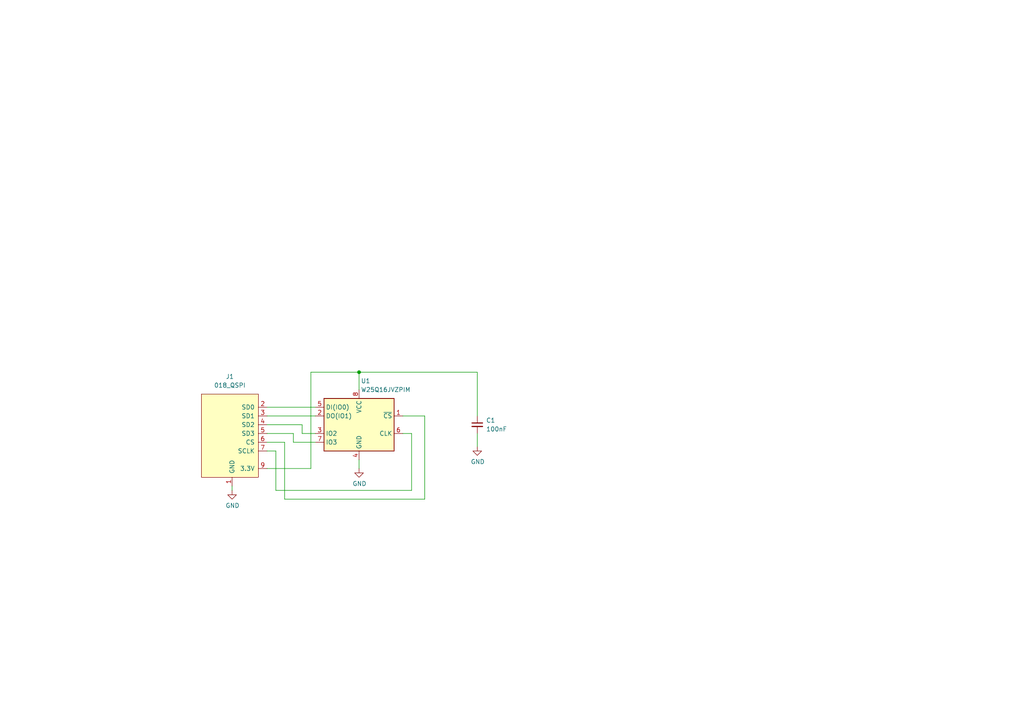
<source format=kicad_sch>
(kicad_sch (version 20211123) (generator eeschema)
  (paper "A4")
  (lib_symbols
    (symbol "Device:C_Small" (pin_numbers hide) (pin_names (offset 0.254) hide)
      (property "Reference" "C" (at 0.254 1.778 0))
      (property "Value" "C_Small" (at 0.254 -2.032 0))
      (symbol "C_Small_0_1"
        (polyline (pts (xy -1.524 -0.508) (xy 1.524 -0.508)) (stroke (width 0.3302)))
        (polyline (pts (xy -1.524 0.508) (xy 1.524 0.508)) (stroke (width 0.3048)))
      )
      (symbol "C_Small_1_1"
        (pin passive line (at 0 2.54 270) (length 2.032) (name "~") (number "1"))
        (pin passive line (at 0 -2.54 90) (length 2.032) (name "~") (number "2"))
      )
    )
    (symbol "Memory_Flash:W25Q32JVSS"
      (property "Reference" "U" (at -8.89 8.89 0))
      (property "Value" "W25Q32JVSS" (at 7.62 8.89 0))
      (symbol "W25Q32JVSS_0_1"
        (rectangle (start -10.16 7.62) (end 10.16 -7.62) (stroke (width 0.254)) (fill (type background)))
      )
      (symbol "W25Q32JVSS_1_1"
        (pin input line (at -12.7 2.54 0) (length 2.54) (name "~{CS}") (number "1"))
        (pin bidirectional line (at 12.7 2.54 180) (length 2.54) (name "DO(IO1)") (number "2"))
        (pin bidirectional line (at 12.7 -2.54 180) (length 2.54) (name "IO2") (number "3"))
        (pin power_in line (at 0 -10.16 90) (length 2.54) (name "GND") (number "4"))
        (pin bidirectional line (at 12.7 5.08 180) (length 2.54) (name "DI(IO0)") (number "5"))
        (pin input line (at -12.7 -2.54 0) (length 2.54) (name "CLK") (number "6"))
        (pin bidirectional line (at 12.7 -5.08 180) (length 2.54) (name "IO3") (number "7"))
        (pin power_in line (at 0 10.16 270) (length 2.54) (name "VCC") (number "8"))
      )
    )
    (symbol "power:GND" (power) (pin_names (offset 0))
      (property "Value" "GND" (at 0 -3.81 0))
      (symbol "GND_0_1"
        (polyline (pts (xy 0 0) (xy 0 -1.27) (xy 1.27 -1.27) (xy 0 -2.54) (xy -1.27 -1.27) (xy 0 -1.27)))
      )
      (symbol "GND_1_1"
        (pin power_in line (at 0 0 270) (length 0) hide (name "GND") (number "1"))
      )
    )
    (symbol "put_on_edge:018_QSPI" (pin_names (offset 1.016))
      (property "Reference" "J" (at -2.54 13.97 0))
      (property "Value" "018_QSPI" (at 8.89 13.97 0))
      (symbol "018_QSPI_0_1"
        (rectangle (start -8.89 12.7) (end 7.62 -11.43) (fill (type background)))
      )
      (symbol "018_QSPI_1_1"
        (pin power_in line (at -1.27 -13.97 90) (length 2.54) (name "GND") (number "1"))
        (pin bidirectional line (at -11.43 8.89 0) (length 2.54) (name "SD0") (number "2"))
        (pin bidirectional line (at -11.43 6.35 0) (length 2.54) (name "SD1") (number "3"))
        (pin bidirectional line (at -11.43 3.81 0) (length 2.54) (name "SD2") (number "4"))
        (pin bidirectional line (at -11.43 1.27 0) (length 2.54) (name "SD3") (number "5"))
        (pin bidirectional line (at -11.43 -1.27 0) (length 2.54) (name "CS") (number "6"))
        (pin bidirectional line (at -11.43 -3.81 0) (length 2.54) (name "SCLK") (number "7"))
        (pin bidirectional line (at -11.43 -8.89 0) (length 2.54) (name "3.3V") (number "9"))
      )
    )
  )
  (junction (at 104.14 107.95))
  (wire (pts (xy 77.47 135.89) (xy 90.17 135.89)))
  (wire (pts (xy 77.47 120.65) (xy 91.44 120.65)))
  (wire (pts (xy 104.14 133.35) (xy 104.14 135.89)))
  (wire (pts (xy 90.17 135.89) (xy 90.17 107.95)))
  (wire (pts (xy 80.01 130.81) (xy 80.01 142.24)))
  (wire (pts (xy 87.63 123.19) (xy 87.63 125.73)))
  (wire (pts (xy 104.14 107.95) (xy 104.14 113.03)))
  (wire (pts (xy 77.47 118.11) (xy 91.44 118.11)))
  (wire (pts (xy 77.47 123.19) (xy 87.63 123.19)))
  (wire (pts (xy 77.47 130.81) (xy 80.01 130.81)))
  (wire (pts (xy 87.63 125.73) (xy 91.44 125.73)))
  (wire (pts (xy 123.19 144.78) (xy 82.55 144.78)))
  (wire (pts (xy 119.38 142.24) (xy 119.38 125.73)))
  (wire (pts (xy 119.38 125.73) (xy 116.84 125.73)))
  (wire (pts (xy 116.84 120.65) (xy 123.19 120.65)))
  (wire (pts (xy 67.31 140.97) (xy 67.31 142.24)))
  (wire (pts (xy 82.55 128.27) (xy 77.47 128.27)))
  (wire (pts (xy 85.09 125.73) (xy 77.47 125.73)))
  (wire (pts (xy 85.09 128.27) (xy 85.09 125.73)))
  (wire (pts (xy 104.14 107.95) (xy 138.43 107.95)))
  (wire (pts (xy 82.55 144.78) (xy 82.55 128.27)))
  (wire (pts (xy 91.44 128.27) (xy 85.09 128.27)))
  (wire (pts (xy 80.01 142.24) (xy 119.38 142.24)))
  (wire (pts (xy 138.43 125.73) (xy 138.43 129.54)))
  (wire (pts (xy 123.19 120.65) (xy 123.19 144.78)))
  (wire (pts (xy 138.43 107.95) (xy 138.43 120.65)))
  (wire (pts (xy 90.17 107.95) (xy 104.14 107.95)))
  (symbol (lib_id "power:GND") (at 67.31 142.24 0) (unit 1)
    (property "Reference" "#PWR0101" (effects hide))
    (property "Value" "GND" (at 67.437 146.6342 0))
  )
  (symbol (lib_id "power:GND") (at 104.14 135.89 0) (unit 1)
    (property "Reference" "#PWR0102" (effects hide))
    (property "Value" "GND" (at 104.267 140.2842 0))
  )
  (symbol (lib_id "put_on_edge:018_QSPI") (at 66.04 127 0) (mirror y) (unit 1)
    (property "Reference" "J1" (at 66.675 109.22 0))
    (property "Value" "018_QSPI" (at 66.675 111.76 0))
    (property "Footprint" "on_edge:on_edge_2x05_device" (effects hide))
  )
  (symbol (lib_id "power:GND") (at 138.43 129.54 0) (unit 1)
    (property "Reference" "#PWR0103" (effects hide))
    (property "Value" "GND" (at 138.557 133.9342 0))
  )
  (symbol (lib_id "Memory_Flash:W25Q32JVSS") (at 104.14 123.19 0) (mirror y) (unit 1)
    (property "Reference" "U1" (at 104.6606 110.49 0) (effects (justify right)))
    (property "Value" "W25Q16JVZPIM" (at 104.6606 113.03 0) (effects (justify right)))
    (property "Footprint" "Package_SON:WSON-8-1EP_6x5mm_P1.27mm_EP3.4x4mm" (effects hide))
    (property "Datasheet" "http://www.winbond.com/resource-files/w25q32jv%20revg%2003272018%20plus.pdf" (effects hide))
    (property "MPN" "W25Q16JVZPIM" (effects hide))
  )
  (symbol (lib_id "Device:C_Small") (at 138.43 123.19 0) (unit 1)
    (property "Reference" "C1" (at 140.97 121.9262 0) (effects (justify left)))
    (property "Value" "100nF" (at 140.97 124.4662 0) (effects (justify left)))
    (property "Footprint" "Capacitor_SMD:C_0603_1608Metric" (effects hide))
  )
)
</source>
